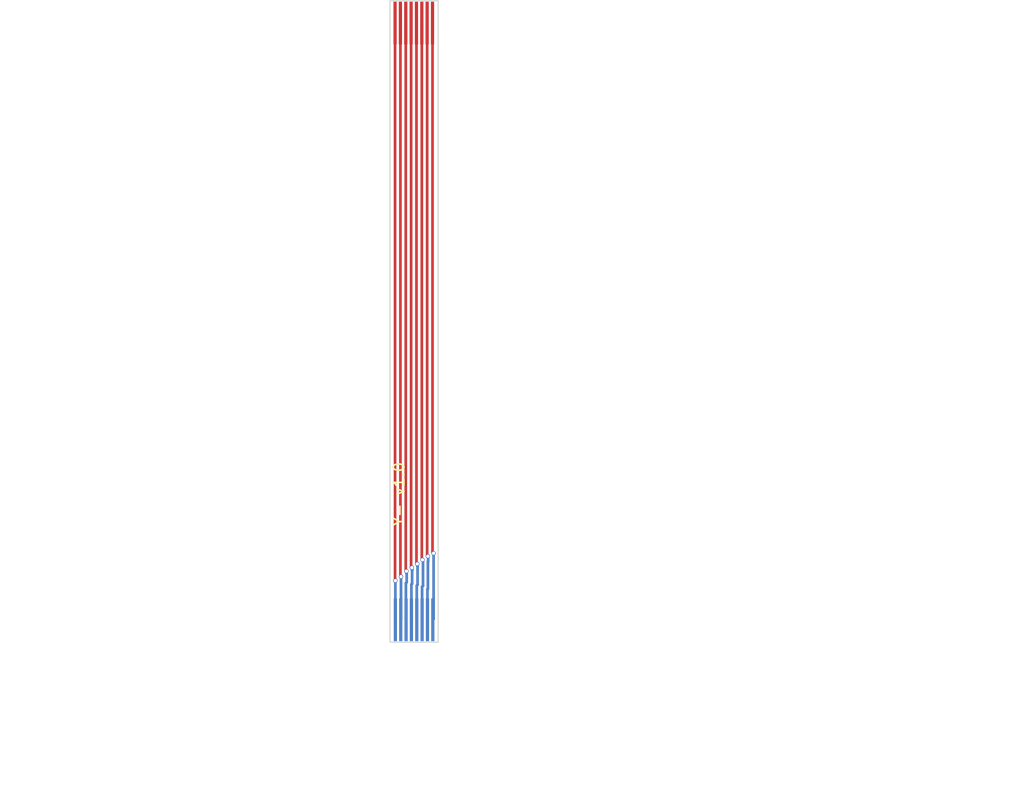
<source format=kicad_pcb>
(kicad_pcb (version 20221018) (generator pcbnew)
  (layers (0 "F.Cu" signal) (31 "B.Cu" signal) (34 "B.Paste" user) (35 "F.Paste" user) (36 "B.SilkS" user "B.Silkscreen") (37 "F.SilkS" user "F.Silkscreen") (38 "B.Mask" user) (39 "F.Mask" user) (44 "Edge.Cuts" user))
  (net 0 "")
  (net 1 "8")
  (net 2 "7")
  (net 3 "6")
  (net 4 "5")
  (net 5 "4")
  (net 6 "3")
  (net 7 "2")
  (net 8 "1")
  (footprint "STS_connector:flexpcb con." (layer "F.Cu") (at 123.0508 52.757)
    (fp_text reference "J1" hide)
    (fp_text value "Conn_01x08_Male")
    (pad "1" smd rect (at 0.5 -2) (size 0.3 4) (layers "F.Cu" "F.Paste" "F.Mask") (net 1 "8"))
    (pad "2" smd rect (at 1 -2) (size 0.3 4) (layers "F.Cu" "F.Paste" "F.Mask") (net 2 "7"))
    (pad "3" smd rect (at 1.5 -2) (size 0.3 4) (layers "F.Cu" "F.Paste" "F.Mask") (net 3 "6"))
    (pad "4" smd rect (at 2 -2) (size 0.3 4) (layers "F.Cu" "F.Paste" "F.Mask") (net 4 "5"))
    (pad "5" smd rect (at 2.5 -2) (size 0.3 4) (layers "F.Cu" "F.Paste" "F.Mask") (net 5 "4"))
    (pad "6" smd rect (at 3 -2) (size 0.3 4) (layers "F.Cu" "F.Paste" "F.Mask") (net 6 "3"))
    (pad "7" smd rect (at 3.5 -2) (size 0.3 4) (layers "F.Cu" "F.Paste" "F.Mask") (net 7 "2"))
    (pad "8" smd rect (at 4 -2) (size 0.3 4) (layers "F.Cu" "F.Paste" "F.Mask") (net 8 "1"))
  )
  (footprint "STS_connector:flexpcb con." (layer "B.Cu") (at 127.5796 108.5784 180)
    (fp_text reference "J2" hide)
    (fp_text value "Conn_01x08_Male")
    (pad "1" smd rect (at 0.5 2 180) (size 0.3 4) (layers "B.Cu" "B.Paste" "B.Mask") (net 8 "1"))
    (pad "2" smd rect (at 1 2 180) (size 0.3 4) (layers "B.Cu" "B.Paste" "B.Mask") (net 7 "2"))
    (pad "3" smd rect (at 1.5 2 180) (size 0.3 4) (layers "B.Cu" "B.Paste" "B.Mask") (net 6 "3"))
    (pad "4" smd rect (at 2 2 180) (size 0.3 4) (layers "B.Cu" "B.Paste" "B.Mask") (net 5 "4"))
    (pad "5" smd rect (at 2.5 2 180) (size 0.3 4) (layers "B.Cu" "B.Paste" "B.Mask") (net 4 "5"))
    (pad "6" smd rect (at 3 2 180) (size 0.3 4) (layers "B.Cu" "B.Paste" "B.Mask") (net 3 "6"))
    (pad "7" smd rect (at 3.5 2 180) (size 0.3 4) (layers "B.Cu" "B.Paste" "B.Mask") (net 2 "7"))
    (pad "8" smd rect (at 4 2 180) (size 0.3 4) (layers "B.Cu" "B.Paste" "B.Mask") (net 1 "8"))
  )
  (gr_line (start 123.079 108.6734) (end 127.579 108.6734) (stroke (width 0.1)) (layer "Edge.Cuts"))
  (gr_line (start 123.079 48.6734) (end 123.079 108.6734) (stroke (width 0.1)) (layer "Edge.Cuts"))
  (gr_line (start 123.079 48.6734) (end 127.579 48.6734) (stroke (width 0.1)) (layer "Edge.Cuts"))
  (gr_line (start 127.579 48.6734) (end 127.579 108.6734) (stroke (width 0.1)) (layer "Edge.Cuts"))
  (gr_text "Y- v1.0" (at 124.5108 97.917 90) (layer "F.SilkS") (effects (font (size 1 1)) (justify left bottom)))
  (segment (start 123.579 102.9128) (end 123.5508 102.8846) (width 0.25) (layer "F.Cu") (net 1))
  (segment (start 123.5508 102.8846) (end 123.5508 50.757) (width 0.25) (layer "F.Cu") (net 1))
  (via (at 123.579 102.9128) (size 0.4) (drill 0.3) (layers "F.Cu" "B.Cu") (net 1))
  (segment (start 123.579 102.9128) (end 123.579 106.5734) (width 0.25) (layer "B.Cu") (net 1))
  (segment (start 124.0508 50.757) (end 124.0508 102.4862) (width 0.25) (layer "F.Cu") (net 2))
  (segment (start 124.0508 102.4862) (end 124.1044 102.5398) (width 0.25) (layer "F.Cu") (net 2))
  (segment (start 124.079 102.5144) (end 124.1044 102.5398) (width 0.25) (layer "F.Cu") (net 2))
  (via (at 124.1044 102.5398) (size 0.4) (drill 0.3) (layers "F.Cu" "B.Cu") (net 2))
  (segment (start 124.1044 106.548) (end 124.079 106.5734) (width 0.25) (layer "B.Cu") (net 2))
  (segment (start 124.1044 102.5398) (end 124.1044 106.548) (width 0.25) (layer "B.Cu") (net 2))
  (segment (start 124.5508 101.9702) (end 124.6124 102.0318) (width 0.25) (layer "F.Cu") (net 3))
  (segment (start 124.5508 50.757) (end 124.5508 101.9702) (width 0.25) (layer "F.Cu") (net 3))
  (segment (start 124.579 101.9984) (end 124.6124 102.0318) (width 0.25) (layer "F.Cu") (net 3))
  (via (at 124.6124 102.0318) (size 0.4) (drill 0.3) (layers "F.Cu" "B.Cu") (net 3))
  (segment (start 124.5616 103.1494) (end 124.5616 106.556) (width 0.25) (layer "B.Cu") (net 3))
  (segment (start 124.6378 102.2604) (end 124.6378 103.0732) (width 0.25) (layer "B.Cu") (net 3))
  (segment (start 124.6124 102.235) (end 124.6378 102.2604) (width 0.25) (layer "B.Cu") (net 3))
  (segment (start 124.5616 106.556) (end 124.579 106.5734) (width 0.25) (layer "B.Cu") (net 3))
  (segment (start 124.6378 103.0732) (end 124.5616 103.1494) (width 0.25) (layer "B.Cu") (net 3))
  (segment (start 124.6124 102.0318) (end 124.6124 102.235) (width 0.25) (layer "B.Cu") (net 3))
  (segment (start 125.0508 50.757) (end 125.0508 101.632) (width 0.25) (layer "F.Cu") (net 4))
  (segment (start 125.0508 101.632) (end 125.1204 101.7016) (width 0.25) (layer "F.Cu") (net 4))
  (via (at 125.1204 101.7016) (size 0.4) (drill 0.3) (layers "F.Cu" "B.Cu") (net 4))
  (segment (start 125.079 106.5734) (end 125.079 103.267) (width 0.25) (layer "B.Cu") (net 4))
  (segment (start 125.1712 101.9302) (end 125.1204 101.8794) (width 0.25) (layer "B.Cu") (net 4))
  (segment (start 125.1458 101.9556) (end 125.1712 101.9302) (width 0.25) (layer "B.Cu") (net 4))
  (segment (start 125.1204 101.8794) (end 125.1204 101.7016) (width 0.25) (layer "B.Cu") (net 4))
  (segment (start 125.1458 103.2002) (end 125.1458 101.9556) (width 0.25) (layer "B.Cu") (net 4))
  (segment (start 125.079 103.267) (end 125.1458 103.2002) (width 0.25) (layer "B.Cu") (net 4))
  (segment (start 125.5508 101.2684) (end 125.6284 101.346) (width 0.25) (layer "F.Cu") (net 5))
  (segment (start 125.579 101.2176) (end 125.5776 101.219) (width 0.25) (layer "F.Cu") (net 5))
  (segment (start 125.5776 101.2952) (end 125.6284 101.346) (width 0.25) (layer "F.Cu") (net 5))
  (segment (start 125.5776 101.219) (end 125.5776 101.2952) (width 0.25) (layer "F.Cu") (net 5))
  (segment (start 125.5508 50.757) (end 125.5508 101.2684) (width 0.25) (layer "F.Cu") (net 5))
  (via (at 125.6284 101.346) (size 0.4) (drill 0.3) (layers "F.Cu" "B.Cu") (net 5))
  (segment (start 125.6538 101.5746) (end 125.6538 101.8794) (width 0.25) (layer "B.Cu") (net 5))
  (segment (start 125.6284 101.5492) (end 125.6538 101.5746) (width 0.25) (layer "B.Cu") (net 5))
  (segment (start 125.6284 101.346) (end 125.6284 101.5492) (width 0.25) (layer "B.Cu") (net 5))
  (segment (start 125.6538 103.3018) (end 125.6538 101.9302) (width 0.25) (layer "B.Cu") (net 5))
  (segment (start 125.579 106.5734) (end 125.579 103.3766) (width 0.25) (layer "B.Cu") (net 5))
  (segment (start 125.579 103.3766) (end 125.6538 103.3018) (width 0.25) (layer "B.Cu") (net 5))
  (segment (start 126.0508 50.757) (end 126.0508 100.9048) (width 0.25) (layer "F.Cu") (net 6))
  (segment (start 126.0508 100.9048) (end 126.111 100.965) (width 0.25) (layer "F.Cu") (net 6))
  (segment (start 126.079 100.933) (end 126.111 100.965) (width 0.25) (layer "F.Cu") (net 6))
  (via (at 126.111 100.965) (size 0.4) (drill 0.3) (layers "F.Cu" "B.Cu") (net 6))
  (segment (start 126.079 103.4862) (end 126.1618 103.4034) (width 0.25) (layer "B.Cu") (net 6))
  (segment (start 126.1618 101.0158) (end 126.111 100.965) (width 0.25) (layer "B.Cu") (net 6))
  (segment (start 126.1618 103.4034) (end 126.1618 101.0158) (width 0.25) (layer "B.Cu") (net 6))
  (segment (start 126.079 106.5734) (end 126.079 103.4862) (width 0.25) (layer "B.Cu") (net 6))
  (segment (start 126.5508 100.5666) (end 126.619 100.6348) (width 0.25) (layer "F.Cu") (net 7))
  (segment (start 126.5508 50.757) (end 126.5508 100.5666) (width 0.25) (layer "F.Cu") (net 7))
  (segment (start 126.579 100.5948) (end 126.619 100.6348) (width 0.25) (layer "F.Cu") (net 7))
  (via (at 126.619 100.6348) (size 0.4) (drill 0.3) (layers "F.Cu" "B.Cu") (net 7))
  (segment (start 126.6444 101.1174) (end 126.6444 100.6602) (width 0.25) (layer "B.Cu") (net 7))
  (segment (start 126.619 101.1428) (end 126.6444 101.1174) (width 0.25) (layer "B.Cu") (net 7))
  (segment (start 126.619 103.679) (end 126.619 101.1428) (width 0.25) (layer "B.Cu") (net 7))
  (segment (start 126.579 103.719) (end 126.619 103.679) (width 0.25) (layer "B.Cu") (net 7))
  (segment (start 126.579 106.5734) (end 126.579 103.719) (width 0.25) (layer "B.Cu") (net 7))
  (segment (start 126.6444 100.6602) (end 126.619 100.6348) (width 0.25) (layer "B.Cu") (net 7))
  (segment (start 127.0508 50.757) (end 127.0508 100.2538) (width 0.25) (layer "F.Cu") (net 8))
  (segment (start 127.0508 100.2538) (end 127.1524 100.3554) (width 0.25) (layer "F.Cu") (net 8))
  (via (at 127.1524 100.3554) (size 0.4) (drill 0.3) (layers "F.Cu" "B.Cu") (net 8))
  (segment (start 127.1524 106.5) (end 127.079 106.5734) (width 0.25) (layer "B.Cu") (net 8))
  (segment (start 127.1524 100.3554) (end 127.1524 106.5) (width 0.25) (layer "B.Cu") (net 8))
)
</source>
